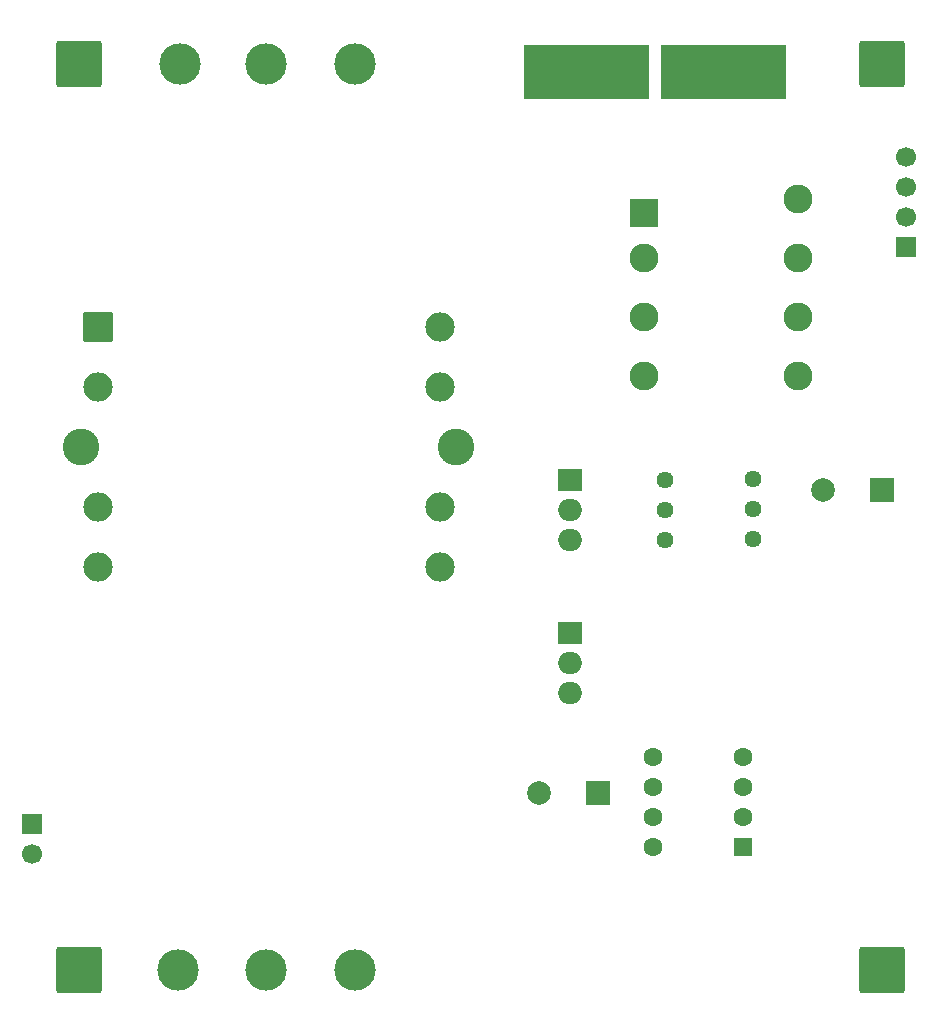
<source format=gbr>
%TF.GenerationSoftware,KiCad,Pcbnew,9.0.1*%
%TF.CreationDate,2025-04-03T12:43:54-07:00*%
%TF.ProjectId,Final_Board-v3B,46696e61-6c5f-4426-9f61-72642d763342,rev?*%
%TF.SameCoordinates,Original*%
%TF.FileFunction,Soldermask,Bot*%
%TF.FilePolarity,Negative*%
%FSLAX46Y46*%
G04 Gerber Fmt 4.6, Leading zero omitted, Abs format (unit mm)*
G04 Created by KiCad (PCBNEW 9.0.1) date 2025-04-03 12:43:54*
%MOMM*%
%LPD*%
G01*
G04 APERTURE LIST*
G04 Aperture macros list*
%AMRoundRect*
0 Rectangle with rounded corners*
0 $1 Rounding radius*
0 $2 $3 $4 $5 $6 $7 $8 $9 X,Y pos of 4 corners*
0 Add a 4 corners polygon primitive as box body*
4,1,4,$2,$3,$4,$5,$6,$7,$8,$9,$2,$3,0*
0 Add four circle primitives for the rounded corners*
1,1,$1+$1,$2,$3*
1,1,$1+$1,$4,$5*
1,1,$1+$1,$6,$7*
1,1,$1+$1,$8,$9*
0 Add four rect primitives between the rounded corners*
20,1,$1+$1,$2,$3,$4,$5,0*
20,1,$1+$1,$4,$5,$6,$7,0*
20,1,$1+$1,$6,$7,$8,$9,0*
20,1,$1+$1,$8,$9,$2,$3,0*%
%AMFreePoly0*
4,1,5,2.250000,-4.000000,-2.250000,-4.000000,-2.250000,4.000000,2.250000,4.000000,2.250000,-4.000000,2.250000,-4.000000,$1*%
%AMFreePoly1*
4,1,5,1.500000,-2.250000,-1.500000,-2.250000,-1.500000,2.250000,1.500000,2.250000,1.500000,-2.250000,1.500000,-2.250000,$1*%
%AMFreePoly2*
4,1,5,4.000000,-2.250000,-4.000000,-2.250000,-4.000000,2.250000,4.000000,2.250000,4.000000,-2.250000,4.000000,-2.250000,$1*%
G04 Aperture macros list end*
%ADD10C,2.600000*%
%ADD11C,3.500000*%
%ADD12RoundRect,0.250002X-1.699998X-1.699998X1.699998X-1.699998X1.699998X1.699998X-1.699998X1.699998X0*%
%ADD13RoundRect,0.102000X-1.125000X-1.125000X1.125000X-1.125000X1.125000X1.125000X-1.125000X1.125000X0*%
%ADD14C,2.454000*%
%ADD15C,1.440000*%
%ADD16R,2.000000X2.000000*%
%ADD17C,2.000000*%
%ADD18RoundRect,0.250000X0.550000X0.550000X-0.550000X0.550000X-0.550000X-0.550000X0.550000X-0.550000X0*%
%ADD19C,1.600000*%
%ADD20R,1.700000X1.700000*%
%ADD21C,1.700000*%
%ADD22FreePoly0,90.000000*%
%ADD23FreePoly1,0.000000*%
%ADD24FreePoly2,0.000000*%
%ADD25R,2.000000X1.905000*%
%ADD26O,2.000000X1.905000*%
%ADD27C,3.098800*%
%ADD28RoundRect,0.102000X-1.143000X-1.143000X1.143000X-1.143000X1.143000X1.143000X-1.143000X1.143000X0*%
%ADD29C,2.490000*%
G04 APERTURE END LIST*
D10*
%TO.C,E3*%
X130010000Y-55768000D03*
D11*
X130010000Y-55768000D03*
%TD*%
%TO.C,E1*%
X115200000Y-55768000D03*
D10*
X115200000Y-55768000D03*
%TD*%
%TO.C,E6*%
X130000000Y-132431000D03*
D11*
X130000000Y-132431000D03*
%TD*%
D10*
%TO.C,E5*%
X122480000Y-132431000D03*
D11*
X122480000Y-132431000D03*
%TD*%
D10*
%TO.C,E4*%
X115000000Y-132431000D03*
D11*
X115000000Y-132431000D03*
%TD*%
D10*
%TO.C,E2*%
X122480000Y-55768000D03*
D11*
X122480000Y-55768000D03*
%TD*%
D12*
%TO.C,H3*%
X174659000Y-132431000D03*
%TD*%
%TO.C,H4*%
X106659000Y-132431000D03*
%TD*%
%TO.C,H2*%
X174603000Y-55768000D03*
%TD*%
%TO.C,H1*%
X106659000Y-55768000D03*
%TD*%
D13*
%TO.C,T2*%
X154500000Y-68400000D03*
D14*
X154500000Y-72200000D03*
X154500000Y-77200000D03*
X154500000Y-82200000D03*
X167500000Y-82200000D03*
X167500000Y-77200000D03*
X167500000Y-72200000D03*
X167500000Y-67200000D03*
%TD*%
D15*
%TO.C,RV2*%
X163710000Y-90880000D03*
X163710000Y-93420000D03*
X163710000Y-95960000D03*
%TD*%
%TO.C,RV1*%
X156290000Y-90980000D03*
X156290000Y-93520000D03*
X156290000Y-96060000D03*
%TD*%
D16*
%TO.C,C4*%
X150570000Y-117490000D03*
D17*
X145570000Y-117490000D03*
%TD*%
D16*
%TO.C,C3*%
X174667677Y-91780000D03*
D17*
X169667677Y-91780000D03*
%TD*%
D18*
%TO.C,U4*%
X162900000Y-122000000D03*
D19*
X162900000Y-119460000D03*
X162900000Y-116920000D03*
X162900000Y-114380000D03*
X155280000Y-114380000D03*
X155280000Y-116920000D03*
X155280000Y-119460000D03*
X155280000Y-122000000D03*
%TD*%
D20*
%TO.C,J5*%
X102700000Y-120050000D03*
D21*
X102700000Y-122590000D03*
%TD*%
D22*
%TO.C,F1*%
X148340000Y-56400000D03*
D23*
X153420000Y-56400000D03*
X157480000Y-56400000D03*
D24*
X162560000Y-56400000D03*
%TD*%
D25*
%TO.C,U2*%
X148200000Y-91000000D03*
D26*
X148200000Y-93540000D03*
X148200000Y-96080000D03*
%TD*%
D25*
%TO.C,U1*%
X148200000Y-103920000D03*
D26*
X148200000Y-106460000D03*
X148200000Y-109000000D03*
%TD*%
D20*
%TO.C,J7*%
X176700000Y-71200000D03*
D21*
X176700000Y-68660000D03*
X176700000Y-66120000D03*
X176700000Y-63580000D03*
%TD*%
D27*
%TO.C,T1*%
X106847000Y-88140000D03*
X138597000Y-88140000D03*
D28*
X108244000Y-77980000D03*
D29*
X108244000Y-83060000D03*
X108244000Y-93220000D03*
X108244000Y-98300000D03*
X137200000Y-77980000D03*
X137200000Y-83060000D03*
X137200000Y-93220000D03*
X137200000Y-98300000D03*
%TD*%
M02*

</source>
